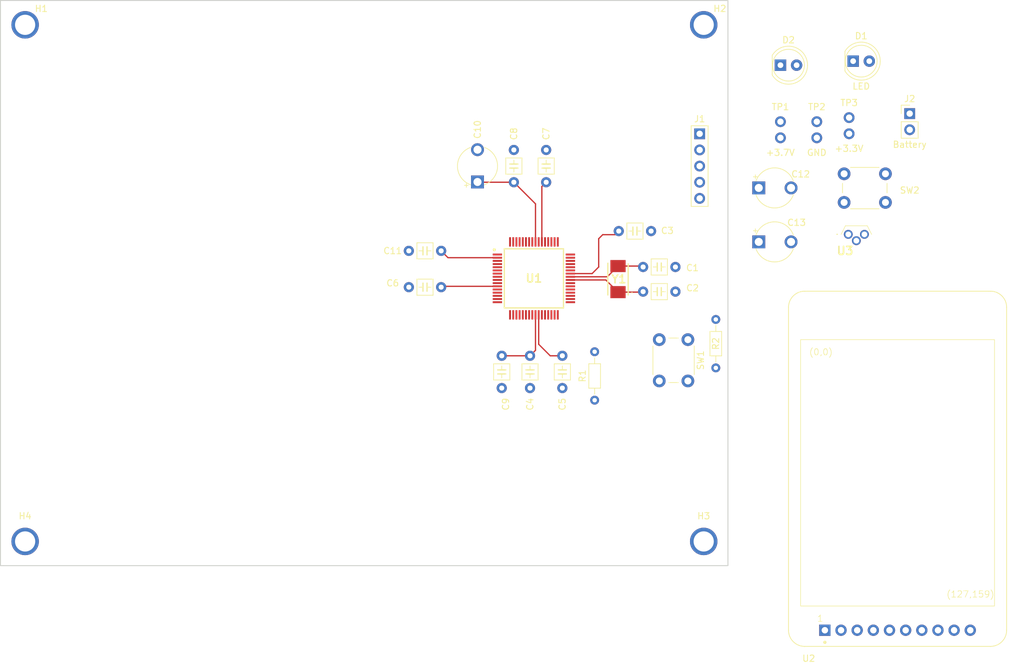
<source format=kicad_pcb>
(kicad_pcb (version 20221018) (generator pcbnew)
  (title_block (title "ECE 445L Lab 6") (date "2024-02-20") (rev "v1.0.0") (company "The University of Texas at Austin"))
  (layers (0 "F.Cu" signal) (31 "B.Cu" signal) (34 "B.Paste" user) (35 "F.Paste" user) (36 "B.SilkS" user "B.Silkscreen") (37 "F.SilkS" user "F.Silkscreen") (38 "B.Mask" user) (39 "F.Mask" user) (44 "Edge.Cuts" user))
  (net 0 "")
  (net 1 "/OSC1")
  (net 2 "GND")
  (net 3 "/OSC2")
  (net 4 "+3V3")
  (net 5 "/LDO")
  (net 6 "Net-(U1-~{WAKE})")
  (net 7 "/Reset")
  (net 10 "PD6")
  (net 21 "/+3_7V")
  (net 22 "/TCK")
  (net 27 "/TMS")
  (net 28 "/TDI")
  (net 29 "/TDO")
  (net 32 "PB6")
  (net 33 "PB7")
  (net 34 "PF4")
  (net 35 "PE3")
  (net 36 "PE2")
  (net 37 "PE1")
  (net 38 "PE0")
  (net 39 "PD7")
  (net 40 "PC7")
  (net 41 "PC6")
  (net 42 "PC5")
  (net 43 "PC4")
  (net 44 "PA0")
  (net 45 "PA1")
  (net 46 "PA2")
  (net 47 "PA3")
  (net 48 "PA4")
  (net 49 "PA5")
  (net 50 "PA6")
  (net 51 "PA7")
  (net 52 "PF0")
  (net 53 "PF1")
  (net 54 "PF2")
  (net 55 "PF3")
  (net 56 "PD4")
  (net 57 "PD5")
  (net 58 "PB0")
  (net 59 "PB1")
  (net 60 "PB2")
  (net 61 "PB3")
  (net 62 "PB5")
  (net 63 "PB4")
  (net 64 "PE4")
  (net 65 "PE5")
  (net 66 "PD0")
  (net 67 "PD1")
  (net 68 "PD2")
  (net 69 "PD3")
  (footprint "ECE445L:CP_Radial_Tantal200mil" (layer "F.Cu") (at 150.895 54.87)
    (fp_text reference "C12" (at 6.585 -2.165) (layer "F.SilkS"))
    (fp_text value "4.7uF")
    (fp_line (start -0.839749 -1.755) (end -0.239749 -1.755) (stroke (width 0.12)) (layer "F.SilkS"))
    (fp_line (start -0.539749 -2.055) (end -0.539749 -1.455) (stroke (width 0.12)) (layer "F.SilkS"))
    (fp_arc (start -0.434416 -1.0922) (mid 2.5 -3.1522) (end 5.434416 -1.0922) (stroke (width 0.12)) (layer "F.SilkS"))
    (fp_arc (start 5.434416 1.0922) (mid 2.5 3.1522) (end -0.434416 1.0922) (stroke (width 0.12)) (layer "F.SilkS"))
    (pad "1" thru_hole rect (at 0 0) (size 2.032 2.032) (drill 1.27) (layers "*.Cu" "*.Mask") (net 21 "/+3_7V"))
    (pad "2" thru_hole circle (at 5.08 0) (size 2.032 2.032) (drill 1.27) (layers "*.Cu" "*.Mask") (net 2 "GND"))
  )
  (footprint "ECE445L:C_Axial_200mil" (layer "F.Cu") (at 100.965 70.485 180)
    (fp_text reference "C6" (at 7.62 0.635) (layer "F.SilkS"))
    (fp_text value "0.1uF")
    (fp_line (start 1.27 -1.27) (end 1.27 1.27) (stroke (width 0.12)) (layer "F.SilkS"))
    (fp_line (start 1.27 1.27) (end 3.81 1.27) (stroke (width 0.12)) (layer "F.SilkS"))
    (fp_line (start 2.2225 0) (end 1.5875 0) (stroke (width 0.12)) (layer "F.SilkS"))
    (fp_line (start 2.2225 0.635) (end 2.2225 -0.635) (stroke (width 0.2032)) (layer "F.SilkS"))
    (fp_line (start 2.8575 0.635) (end 2.8575 -0.635) (stroke (width 0.2032)) (layer "F.SilkS"))
    (fp_line (start 3.4925 0) (end 2.8575 0) (stroke (width 0.12)) (layer "F.SilkS"))
    (fp_line (start 3.81 -1.27) (end 1.27 -1.27) (stroke (width 0.12)) (layer "F.SilkS"))
    (fp_line (start 3.81 1.27) (end 3.81 -1.27) (stroke (width 0.12)) (layer "F.SilkS"))
    (pad "1" thru_hole circle (at 0 0 180) (size 1.6 1.6) (drill 0.8) (layers "*.Cu" "*.Mask") (net 4 "+3V3"))
    (pad "2" thru_hole oval (at 5.08 0 180) (size 1.6 1.6) (drill 0.8) (layers "*.Cu" "*.Mask") (net 2 "GND"))
  )
  (footprint "ECE445L:PinHeader_1x02_P2.54mm_Vertical" (layer "F.Cu") (at 174.625 43.18)
    (fp_text reference "J2" (at 0 -2.33) (layer "F.SilkS"))
    (fp_text value "Battery" (at 0 4.87) (layer "F.SilkS"))
    (fp_line (start -1.33 -1.33) (end 0 -1.33) (stroke (width 0.12)) (layer "F.SilkS"))
    (fp_line (start -1.33 0) (end -1.33 -1.33) (stroke (width 0.12)) (layer "F.SilkS"))
    (fp_line (start -1.33 1.27) (end -1.33 3.87) (stroke (width 0.12)) (layer "F.SilkS"))
    (fp_line (start -1.33 1.27) (end 1.33 1.27) (stroke (width 0.12)) (layer "F.SilkS"))
    (fp_line (start -1.33 3.87) (end 1.33 3.87) (stroke (width 0.12)) (layer "F.SilkS"))
    (fp_line (start 1.33 1.27) (end 1.33 3.87) (stroke (width 0.12)) (layer "F.SilkS"))
    (pad "1" thru_hole rect (at 0 0) (size 1.7 1.7) (drill 1) (layers "*.Cu" "*.Mask") (net 2 "GND"))
    (pad "2" thru_hole oval (at 0 2.54) (size 1.7 1.7) (drill 1) (layers "*.Cu" "*.Mask") (net 21 "/+3_7V"))
  )
  (footprint "ECE445L:LED_D5.0mm" (layer "F.Cu") (at 165.735 34.925)
    (fp_text reference "D1" (at 1.27 -3.96) (layer "F.SilkS"))
    (fp_text value "LED" (at 1.27 3.96) (layer "F.SilkS"))
    (fp_line (start -1.29 -1.545) (end -1.29 1.545) (stroke (width 0.12)) (layer "F.SilkS"))
    (fp_arc (start -1.29 -1.54483) (mid 2.072002 -2.880433) (end 4.26 0.000462) (stroke (width 0.12)) (layer "F.SilkS"))
    (fp_arc (start 4.26 -0.000462) (mid 2.072002 2.880433) (end -1.29 1.54483) (stroke (width 0.12)) (layer "F.SilkS"))
    (fp_circle (center 1.27 0) (end 3.77 0) (stroke (width 0.12)) (fill none) (layer "F.SilkS"))
    (pad "1" thru_hole rect (at 0 0) (size 1.8 1.8) (drill 0.9) (layers "*.Cu" "*.Mask"))
    (pad "2" thru_hole circle (at 2.54 0) (size 1.8 1.8) (drill 0.9) (layers "*.Cu" "*.Mask"))
  )
  (footprint "ECE445L:CP_Radial_Tantal200mil" (layer "F.Cu") (at 150.895 63.36)
    (fp_text reference "C13" (at 5.95 -3.035) (layer "F.SilkS"))
    (fp_text value "4.7uF")
    (fp_line (start -0.839749 -1.755) (end -0.239749 -1.755) (stroke (width 0.12)) (layer "F.SilkS"))
    (fp_line (start -0.539749 -2.055) (end -0.539749 -1.455) (stroke (width 0.12)) (layer "F.SilkS"))
    (fp_arc (start -0.434416 -1.0922) (mid 2.5 -3.1522) (end 5.434416 -1.0922) (stroke (width 0.12)) (layer "F.SilkS"))
    (fp_arc (start 5.434416 1.0922) (mid 2.5 3.1522) (end -0.434416 1.0922) (stroke (width 0.12)) (layer "F.SilkS"))
    (pad "1" thru_hole rect (at 0 0) (size 2.032 2.032) (drill 1.27) (layers "*.Cu" "*.Mask") (net 4 "+3V3"))
    (pad "2" thru_hole circle (at 5.08 0) (size 2.032 2.032) (drill 1.27) (layers "*.Cu" "*.Mask") (net 2 "GND"))
  )
  (footprint "Button_Switch_THT:SW_PUSH_6mm" (layer "F.Cu") (at 164.315 52.65)
    (fp_text reference "SW2" (at 10.31 2.595) (layer "F.SilkS"))
    (fp_text value "Input")
    (fp_line (start -0.25 1.5) (end -0.25 3) (stroke (width 0.12)) (layer "F.SilkS"))
    (fp_line (start 1 5.5) (end 5.5 5.5) (stroke (width 0.12)) (layer "F.SilkS"))
    (fp_line (start 5.5 -1) (end 1 -1) (stroke (width 0.12)) (layer "F.SilkS"))
    (fp_line (start 6.75 3) (end 6.75 1.5) (stroke (width 0.12)) (layer "F.SilkS"))
    (pad "1" thru_hole circle (at 0 0 90) (size 2 2) (drill 1.1) (layers "*.Cu" "*.Mask"))
    (pad "1" thru_hole circle (at 6.5 0 90) (size 2 2) (drill 1.1) (layers "*.Cu" "*.Mask"))
    (pad "2" thru_hole circle (at 0 4.5 90) (size 2 2) (drill 1.1) (layers "*.Cu" "*.Mask"))
    (pad "2" thru_hole circle (at 6.5 4.5 90) (size 2 2) (drill 1.1) (layers "*.Cu" "*.Mask"))
  )
  (footprint "ECE445L:C_Axial_200mil" (layer "F.Cu") (at 132.715 67.31)
    (fp_text reference "C1" (at 7.758 0.138) (layer "F.SilkS"))
    (fp_text value "10pF C0G")
    (fp_line (start 1.27 -1.27) (end 1.27 1.27) (stroke (width 0.12)) (layer "F.SilkS"))
    (fp_line (start 1.27 1.27) (end 3.81 1.27) (stroke (width 0.12)) (layer "F.SilkS"))
    (fp_line (start 2.2225 0) (end 1.5875 0) (stroke (width 0.12)) (layer "F.SilkS"))
    (fp_line (start 2.2225 0.635) (end 2.2225 -0.635) (stroke (width 0.2032)) (layer "F.SilkS"))
    (fp_line (start 2.8575 0.635) (end 2.8575 -0.635) (stroke (width 0.2032)) (layer "F.SilkS"))
    (fp_line (start 3.4925 0) (end 2.8575 0) (stroke (width 0.12)) (layer "F.SilkS"))
    (fp_line (start 3.81 -1.27) (end 1.27 -1.27) (stroke (width 0.12)) (layer "F.SilkS"))
    (fp_line (start 3.81 1.27) (end 3.81 -1.27) (stroke (width 0.12)) (layer "F.SilkS"))
    (pad "1" thru_hole circle (at 0 0) (size 1.6 1.6) (drill 0.8) (layers "*.Cu" "*.Mask") (net 1 "/OSC1"))
    (pad "2" thru_hole oval (at 5.08 0) (size 1.6 1.6) (drill 0.8) (layers "*.Cu" "*.Mask") (net 2 "GND"))
  )
  (footprint "ECE445L:C_Axial_200mil" (layer "F.Cu") (at 120.015 81.28 -90)
    (fp_text reference "C5" (at 7.62 0 90) (layer "F.SilkS"))
    (fp_text value "0.01uF")
    (fp_line (start 1.27 -1.27) (end 1.27 1.27) (stroke (width 0.12)) (layer "F.SilkS"))
    (fp_line (start 1.27 1.27) (end 3.81 1.27) (stroke (width 0.12)) (layer "F.SilkS"))
    (fp_line (start 2.2225 0) (end 1.5875 0) (stroke (width 0.12)) (layer "F.SilkS"))
    (fp_line (start 2.2225 0.635) (end 2.2225 -0.635) (stroke (width 0.2032)) (layer "F.SilkS"))
    (fp_line (start 2.8575 0.635) (end 2.8575 -0.635) (stroke (width 0.2032)) (layer "F.SilkS"))
    (fp_line (start 3.4925 0) (end 2.8575 0) (stroke (width 0.12)) (layer "F.SilkS"))
    (fp_line (start 3.81 -1.27) (end 1.27 -1.27) (stroke (width 0.12)) (layer "F.SilkS"))
    (fp_line (start 3.81 1.27) (end 3.81 -1.27) (stroke (width 0.12)) (layer "F.SilkS"))
    (pad "1" thru_hole circle (at 0 0 270) (size 1.6 1.6) (drill 0.8) (layers "*.Cu" "*.Mask") (net 4 "+3V3"))
    (pad "2" thru_hole oval (at 5.08 0 270) (size 1.6 1.6) (drill 0.8) (layers "*.Cu" "*.Mask") (net 2 "GND"))
  )
  (footprint "ECE445L:C_Axial_200mil" (layer "F.Cu") (at 110.49 81.28 -90)
    (fp_text reference "C9" (at 7.62 -0.635 90) (layer "F.SilkS"))
    (fp_text value "1uF")
    (fp_line (start 1.27 -1.27) (end 1.27 1.27) (stroke (width 0.12)) (layer "F.SilkS"))
    (fp_line (start 1.27 1.27) (end 3.81 1.27) (stroke (width 0.12)) (layer "F.SilkS"))
    (fp_line (start 2.2225 0) (end 1.5875 0) (stroke (width 0.12)) (layer "F.SilkS"))
    (fp_line (start 2.2225 0.635) (end 2.2225 -0.635) (stroke (width 0.2032)) (layer "F.SilkS"))
    (fp_line (start 2.8575 0.635) (end 2.8575 -0.635) (stroke (width 0.2032)) (layer "F.SilkS"))
    (fp_line (start 3.4925 0) (end 2.8575 0) (stroke (width 0.12)) (layer "F.SilkS"))
    (fp_line (start 3.81 -1.27) (end 1.27 -1.27) (stroke (width 0.12)) (layer "F.SilkS"))
    (fp_line (start 3.81 1.27) (end 3.81 -1.27) (stroke (width 0.12)) (layer "F.SilkS"))
    (pad "1" thru_hole circle (at 0 0 270) (size 1.6 1.6) (drill 0.8) (layers "*.Cu" "*.Mask") (net 5 "/LDO"))
    (pad "2" thru_hole oval (at 5.08 0 270) (size 1.6 1.6) (drill 0.8) (layers "*.Cu" "*.Mask") (net 2 "GND"))
  )
  (footprint "ECE445L:C_Axial_200mil" (layer "F.Cu") (at 117.475 53.975 90)
    (fp_text reference "C7" (at 7.62 0 90) (layer "F.SilkS"))
    (fp_text value "0.1uF")
    (fp_line (start 1.27 -1.27) (end 1.27 1.27) (stroke (width 0.12)) (layer "F.SilkS"))
    (fp_line (start 1.27 1.27) (end 3.81 1.27) (stroke (width 0.12)) (layer "F.SilkS"))
    (fp_line (start 2.2225 0) (end 1.5875 0) (stroke (width 0.12)) (layer "F.SilkS"))
    (fp_line (start 2.2225 0.635) (end 2.2225 -0.635) (stroke (width 0.2032)) (layer "F.SilkS"))
    (fp_line (start 2.8575 0.635) (end 2.8575 -0.635) (stroke (width 0.2032)) (layer "F.SilkS"))
    (fp_line (start 3.4925 0) (end 2.8575 0) (stroke (width 0.12)) (layer "F.SilkS"))
    (fp_line (start 3.81 -1.27) (end 1.27 -1.27) (stroke (width 0.12)) (layer "F.SilkS"))
    (fp_line (start 3.81 1.27) (end 3.81 -1.27) (stroke (width 0.12)) (layer "F.SilkS"))
    (pad "1" thru_hole circle (at 0 0 90) (size 1.6 1.6) (drill 0.8) (layers "*.Cu" "*.Mask") (net 4 "+3V3"))
    (pad "2" thru_hole oval (at 5.08 0 90) (size 1.6 1.6) (drill 0.8) (layers "*.Cu" "*.Mask") (net 2 "GND"))
  )
  (footprint "ECE445L:TL431CLPM" (layer "F.Cu") (at 164.97 62.175)
    (fp_text reference "U3" (at -0.505 2.595) (layer "F.SilkS") (effects (font (size 1.27 1.27) (thickness 0.254))))
    (fp_text value "LP2950-33LPRE3" hide)
    (fp_line (start -1.809 -0.005) (end -1.809 -0.005) (stroke (width 0.1)) (layer "F.SilkS"))
    (fp_line (start -1.707 -0.005) (end -1.707 -0.005) (stroke (width 0.1)) (layer "F.SilkS"))
    (fp_line (start -0.445 -1.35) (end -1.13 0) (stroke (width 0.1)) (layer "F.SilkS"))
    (fp_line (start 2.985 -1.35) (end -0.445 -1.35) (stroke (width 0.1)) (layer "F.SilkS"))
    (fp_line (start 3.67 0) (end 2.985 -1.35) (stroke (width 0.1)) (layer "F.SilkS"))
    (fp_arc (start -1.809 -0.005) (mid -1.758 -0.056) (end -1.707 -0.005) (stroke (width 0.1)) (layer "F.SilkS"))
    (fp_arc (start -1.707 -0.005) (mid -1.758 0.046) (end -1.809 -0.005) (stroke (width 0.1)) (layer "F.SilkS"))
    (pad "1" thru_hole circle (at 0 0) (size 1.4 1.4) (drill 0.9) (layers "*.Cu" "*.Mask") (net 4 "+3V3"))
    (pad "2" thru_hole circle (at 1.27 1) (size 1.4 1.4) (drill 0.9) (layers "*.Cu" "*.Mask") (net 2 "GND"))
    (pad "3" thru_hole circle (at 2.54 0) (size 1.4 1.4) (drill 0.9) (layers "*.Cu" "*.Mask") (net 21 "/+3_7V"))
  )
  (footprint "ECE445L:MountingHole_4_40" (layer "F.Cu") (at 35.56 29.21)
    (fp_text reference "H1" (at 2.54 -2.54) (layer "F.SilkS"))
    (fp_text value "~")
    (pad "1" thru_hole circle (at 0 0) (size 4.318 4.318) (drill 3.175) (layers "*.Cu" "*.Mask"))
  )
  (footprint "Button_Switch_THT:SW_PUSH_6mm" (layer "F.Cu") (at 139.755 78.74 -90)
    (fp_text reference "SW1" (at 3.25 -2 90) (layer "F.SilkS"))
    (fp_text value "Reset")
    (fp_line (start -0.25 1.5) (end -0.25 3) (stroke (width 0.12)) (layer "F.SilkS"))
    (fp_line (start 1 5.5) (end 5.5 5.5) (stroke (width 0.12)) (layer "F.SilkS"))
    (fp_line (start 5.5 -1) (end 1 -1) (stroke (width 0.12)) (layer "F.SilkS"))
    (fp_line (start 6.75 3) (end 6.75 1.5) (stroke (width 0.12)) (layer "F.SilkS"))
    (pad "1" thru_hole circle (at 0 0) (size 2 2) (drill 1.1) (layers "*.Cu" "*.Mask") (net 2 "GND"))
    (pad "1" thru_hole circle (at 6.5 0) (size 2 2) (drill 1.1) (layers "*.Cu" "*.Mask") (net 2 "GND"))
    (pad "2" thru_hole circle (at 0 4.5) (size 2 2) (drill 1.1) (layers "*.Cu" "*.Mask") (net 7 "/Reset"))
    (pad "2" thru_hole circle (at 6.5 4.5) (size 2 2) (drill 1.1) (layers "*.Cu" "*.Mask") (net 7 "/Reset"))
  )
  (footprint "ECE445L:LED_D5.0mm" (layer "F.Cu") (at 154.305 35.56)
    (fp_text reference "D2" (at 1.27 -3.96) (layer "F.SilkS"))
    (fp_text value "LED" hide)
    (fp_line (start -1.29 -1.545) (end -1.29 1.545) (stroke (width 0.12)) (layer "F.SilkS"))
    (fp_arc (start -1.29 -1.54483) (mid 2.072002 -2.880433) (end 4.26 0.000462) (stroke (width 0.12)) (layer "F.SilkS"))
    (fp_arc (start 4.26 -0.000462) (mid 2.072002 2.880433) (end -1.29 1.54483) (stroke (width 0.12)) (layer "F.SilkS"))
    (fp_circle (center 1.27 0) (end 3.77 0) (stroke (width 0.12)) (fill none) (layer "F.SilkS"))
    (pad "1" thru_hole rect (at 0 0) (size 1.8 1.8) (drill 0.9) (layers "*.Cu" "*.Mask"))
    (pad "2" thru_hole circle (at 2.54 0) (size 1.8 1.8) (drill 0.9) (layers "*.Cu" "*.Mask"))
  )
  (footprint "ECE445L:Testpoint_1x02_P2.54mm" (layer "F.Cu") (at 154.305 44.45)
    (fp_text reference "TP1" (at 0 -2.33) (layer "F.SilkS"))
    (fp_text value "+3.7V" (at 0 4.87) (layer "F.SilkS"))
    (pad "1" thru_hole circle (at 0 0) (size 1.7 1.7) (drill 1) (layers "*.Cu" "*.Mask") (net 21 "/+3_7V"))
    (pad "2" thru_hole oval (at 0 2.54) (size 1.7 1.7) (drill 1) (layers "*.Cu" "*.Mask") (net 21 "/+3_7V"))
  )
  (footprint "ECE445L:C_Axial_200mil" (layer "F.Cu") (at 132.715 71.185)
    (fp_text reference "C2" (at 7.77425 -0.562) (layer "F.SilkS"))
    (fp_text value "10pF C0G")
    (fp_line (start 1.27 -1.27) (end 1.27 1.27) (stroke (width 0.12)) (layer "F.SilkS"))
    (fp_line (start 1.27 1.27) (end 3.81 1.27) (stroke (width 0.12)) (layer "F.SilkS"))
    (fp_line (start 2.2225 0) (end 1.5875 0) (stroke (width 0.12)) (layer "F.SilkS"))
    (fp_line (start 2.2225 0.635) (end 2.2225 -0.635) (stroke (width 0.2032)) (layer "F.SilkS"))
    (fp_line (start 2.8575 0.635) (end 2.8575 -0.635) (stroke (width 0.2032)) (layer "F.SilkS"))
    (fp_line (start 3.4925 0) (end 2.8575 0) (stroke (width 0.12)) (layer "F.SilkS"))
    (fp_line (start 3.81 -1.27) (end 1.27 -1.27) (stroke (width 0.12)) (layer "F.SilkS"))
    (fp_line (start 3.81 1.27) (end 3.81 -1.27) (stroke (width 0.12)) (layer "F.SilkS"))
    (pad "1" thru_hole circle (at 0 0) (size 1.6 1.6) (drill 0.8) (layers "*.Cu" "*.Mask") (net 3 "/OSC2"))
    (pad "2" thru_hole oval (at 5.08 0) (size 1.6 1.6) (drill 0.8) (layers "*.Cu" "*.Mask") (net 2 "GND"))
  )
  (footprint "ECE445L:PinHeader_1x05_P2.54mm_Vertical" (layer "F.Cu") (at 141.605 46.355)
    (fp_text reference "J1" (at 0 -2.33) (layer "F.SilkS"))
    (fp_text value "JTAG")
    (fp_line (start -1.33 -1.27) (end -1.33 11.43) (stroke (width 0.12)) (layer "F.SilkS"))
    (fp_line (start -1.33 -1.27) (end 1.33 -1.27) (stroke (width 0.12)) (layer "F.SilkS"))
    (fp_line (start -1.33 11.43) (end 1.33 11.43) (stroke (width 0.12)) (layer "F.SilkS"))
    (fp_line (start 1.33 -1.27) (end 1.33 11.43) (stroke (width 0.12)) (layer "F.SilkS"))
    (pad "1" thru_hole rect (at 0 0) (size 1.7 1.7) (drill 1) (layers "*.Cu" "*.Mask") (net 2 "GND"))
    (pad "2" thru_hole oval (at 0 2.54) (size 1.7 1.7) (drill 1) (layers "*.Cu" "*.Mask") (net 22 "/TCK"))
    (pad "3" thru_hole oval (at 0 5.08) (size 1.7 1.7) (drill 1) (layers "*.Cu" "*.Mask") (net 27 "/TMS"))
    (pad "4" thru_hole oval (at 0 7.62) (size 1.7 1.7) (drill 1) (layers "*.Cu" "*.Mask") (net 28 "/TDI"))
    (pad "5" thru_hole oval (at 0 10.16) (size 1.7 1.7) (drill 1) (layers "*.Cu" "*.Mask") (net 29 "/TDO"))
  )
  (footprint "ECE445L:QFP50P1200X1200X160-64N" (layer "F.Cu") (at 115.547 69.1)
    (fp_text reference "U1" (at 0 0) (layer "F.SilkS") (effects (font (size 1.27 1.27) (thickness 0.254))))
    (fp_text value "TM4C123GH6PMIR" hide)
    (fp_line (start -4.65 -4.65) (end 4.65 -4.65) (stroke (width 0.2)) (layer "F.SilkS"))
    (fp_line (start -4.65 4.65) (end -4.65 -4.65) (stroke (width 0.2)) (layer "F.SilkS"))
    (fp_line (start 4.65 -4.65) (end 4.65 4.65) (stroke (width 0.2)) (layer "F.SilkS"))
    (fp_line (start 4.65 4.65) (end -4.65 4.65) (stroke (width 0.2)) (layer "F.SilkS"))
    (fp_circle (center -6.225 -4.5) (end -6.225 -4.375) (stroke (width 0.25)) (fill none) (layer "F.SilkS"))
    (pad "1" smd rect (at -5.738 -3.75 90) (size 0.3 1.475) (layers "F.Cu" "F.Paste" "F.Mask") (net 32 "PB6"))
    (pad "2" smd rect (at -5.738 -3.25 90) (size 0.3 1.475) (layers "F.Cu" "F.Paste" "F.Mask") (net 4 "+3V3"))
    (pad "3" smd rect (at -5.738 -2.75 90) (size 0.3 1.475) (layers "F.Cu" "F.Paste" "F.Mask") (net 2 "GND"))
    (pad "4" smd rect (at -5.738 -2.25 90) (size 0.3 1.475) (layers "F.Cu" "F.Paste" "F.Mask") (net 33 "PB7"))
    (pad "5" smd rect (at -5.738 -1.75 90) (size 0.3 1.475) (layers "F.Cu" "F.Paste" "F.Mask") (net 34 "PF4"))
    (pad "6" smd rect (at -5.738 -1.25 90) (size 0.3 1.475) (layers "F.Cu" "F.Paste" "F.Mask") (net 35 "PE3"))
    (pad "7" smd rect (at -5.738 -0.75 90) (size 0.3 1.475) (layers "F.Cu" "F.Paste" "F.Mask") (net 36 "PE2"))
    (pad "8" smd rect (at -5.738 -0.25 90) (size 0.3 1.475) (layers "F.Cu" "F.Paste" "F.Mask") (net 37 "PE1"))
    (pad "9" smd rect (at -5.738 0.25 90) (size 0.3 1.475) (layers "F.Cu" "F.Paste" "F.Mask") (net 38 "PE0"))
    (pad "10" smd rect (at -5.738 0.75 90) (size 0.3 1.475) (layers "F.Cu" "F.Paste" "F.Mask") (net 39 "PD7"))
    (pad "11" smd rect (at -5.738 1.25 90) (size 0.3 1.475) (layers "F.Cu" "F.Paste" "F.Mask") (net 4 "+3V3"))
    (pad "12" smd rect (at -5.738 1.75 90) (size 0.3 1.475) (layers "F.Cu" "F.Paste" "F.Mask") (net 2 "GND"))
    (pad "13" smd rect (at -5.738 2.25 90) (size 0.3 1.475) (layers "F.Cu" "F.Paste" "F.Mask") (net 40 "PC7"))
    (pad "14" smd rect (at -5.738 2.75 90) (size 0.3 1.475) (layers "F.Cu" "F.Paste" "F.Mask") (net 41 "PC6"))
    (pad "15" smd rect (at -5.738 3.25 90) (size 0.3 1.475) (layers "F.Cu" "F.Paste" "F.Mask") (net 42 "PC5"))
    (pad "16" smd rect (at -5.738 3.75 90) (size 0.3 1.475) (layers "F.Cu" "F.Paste" "F.Mask") (net 43 "PC4"))
    (pad "17" smd rect (at -3.75 5.738) (size 0.3 1.475) (layers "F.Cu" "F.Paste" "F.Mask") (net 44 "PA0"))
    (pad "18" smd rect (at -3.25 5.738) (size 0.3 1.475) (layers "F.Cu" "F.Paste" "F.Mask") (net 45 "PA1"))
    (pad "19" smd rect (at -2.75 5.738) (size 0.3 1.475) (layers "F.Cu" "F.Paste" "F.Mask") (net 46 "PA2"))
    (pad "20" smd rect (at -2.25 5.738) (size 0.3 1.475) (layers "F.Cu" "F.Paste" "F.Mask") (net 47 "PA3"))
    (pad "21" smd rect (at -1.75 5.738) (size 0.3 1.475) (layers "F.Cu" "F.Paste" "F.Mask") (net 48 "PA4"))
    (pad "22" smd rect (at -1.25 5.738) (size 0.3 1.475) (layers "F.Cu" "F.Paste" "F.Mask") (net 49 "PA5"))
    (pad "23" smd rect (at -0.75 5.738) (size 0.3 1.475) (layers "F.Cu" "F.Paste" "F.Mask") (net 50 "PA6"))
    (pad "24" smd rect (at -0.25 5.738) (size 0.3 1.475) (layers "F.Cu" "F.Paste" "F.Mask") (net 51 "PA7"))
    (pad "25" smd rect (at 0.25 5.738) (size 0.3 1.475) (layers "F.Cu" "F.Paste" "F.Mask") (net 5 "/LDO"))
    (pad "26" smd rect (at 0.75 5.738) (size 0.3 1.475) (layers "F.Cu" "F.Paste" "F.Mask") (net 4 "+3V3"))
    (pad "27" smd rect (at 1.25 5.738) (size 0.3 1.475) (layers "F.Cu" "F.Paste" "F.Mask") (net 2 "GND"))
    (pad "28" smd rect (at 1.75 5.738) (size 0.3 1.475) (layers "F.Cu" "F.Paste" "F.Mask") (net 52 "PF0"))
    (pad "29" smd rect (at 2.25 5.738) (size 0.3 1.475) (layers "F.Cu" "F.Paste" "F.Mask") (net 53 "PF1"))
    (pad "30" smd rect (at 2.75 5.738) (size 0.3 1.475) (layers "F.Cu" "F.Paste" "F.Mask") (net 54 "PF2"))
    (pad "31" smd rect (at 3.25 5.738) (size 0.3 1.475) (layers "F.Cu" "F.Paste" "F.Mask") (net 55 "PF3"))
    (pad "32" smd rect (at 3.75 5.738) (size 0.3 1.475) (layers "F.Cu" "F.Paste" "F.Mask") (net 6 "Net-(U1-~{WAKE})"))
    (pad "33" smd rect (at 5.738 3.75 90) (size 0.3 1.475) (layers "F.Cu" "F.Paste" "F.Mask"))
    (pad "34" smd rect (at 5.738 3.25 90) (size 0.3 1.475) (layers "F.Cu" "F.Paste" "F.Mask") (net 2 "GND"))
    (pad "35" smd rect (at 5.738 2.75 90) (size 0.3 1.475) (layers "F.Cu" "F.Paste" "F.Mask") (net 2 "GND"))
    (pad "36" smd rect (at 5.738 2.25 90) (size 0.3 1.475) (layers "F.Cu" "F.Paste" "F.Mask"))
    (pad "37" smd rect (at 5.738 1.75 90) (size 0.3 1.475) (layers "F.Cu" "F.Paste" "F.Mask") (net 4 "+3V3"))
    (pad "38" smd rect (at 5.738 1.25 90) (size 0.3 1.475) (layers "F.Cu" "F.Paste" "F.Mask") (net 7 "/Reset"))
    (pad "39" smd rect (at 5.738 0.75 90) (size 0.3 1.475) (layers "F.Cu" "F.Paste" "F.Mask") (net 2 "GND"))
    (pad "40" smd rect (at 5.738 0.25 90) (size 0.3 1.475) (layers "F.Cu" "F.Paste" "F.Mask") (net 3 "/OSC2"))
    (pad "41" smd rect (at 5.738 -0.25 90) (size 0.3 1.475) (layers "F.Cu" "F.Paste" "F.Mask") (net 1 "/OSC1"))
    (pad "42" smd rect (at 5.738 -0.75 90) (size 0.3 1.475) (layers "F.Cu" "F.Paste" "F.Mask") (net 4 "+3V3"))
    (pad "43" smd rect (at 5.738 -1.25 90) (size 0.3 1.475) (layers "F.Cu" "F.Paste" "F.Mask") (net 56 "PD4"))
    (pad "44" smd rect (at 5.738 -1.75 90) (size 0.3 1.475) (layers "F.Cu" "F.Paste" "F.Mask") (net 57 "PD5"))
    (pad "45" smd rect (at 5.738 -2.25 90) (size 0.3 1.475) (layers "F.Cu" "F.Paste" "F.Mask") (net 58 "PB0"))
    (pad "46" smd rect (at 5.738 -2.75 90) (size 0.3 1.475) (layers "F.Cu" "F.Paste" "F.Mask") (net 59 "PB1"))
    (pad "47" smd rect (at 5.738 -3.25 90) (size 0.3 1.475) (layers "F.Cu" "F.Paste" "F.Mask") (net 60 "PB2"))
    (pad "48" smd rect (at 5.738 -3.75 90) (size 0.3 1.475) (layers "F.Cu" "F.Paste" "F.Mask") (net 61 "PB3"))
    (pad "49" smd rect (at 3.75 -5.738) (size 0.3 1.475) (layers "F.Cu" "F.Paste" "F.Mask") (net 29 "/TDO"))
    (pad "50" smd rect (at 3.25 -5.738) (size 0.3 1.475) (layers "F.Cu" "F.Paste" "F.Mask") (net 28 "/TDI"))
    (pad "51" smd rect (at 2.75 -5.738) (size 0.3 1.475) (layers "F.Cu" "F.Paste" "F.Mask") (net 27 "/TMS"))
    (pad "52" smd rect (at 2.25 -5.738) (size 0.3 1.475) (layers "F.Cu" "F.Paste" "F.Mask") (net 22 "/TCK"))
    (pad "53" smd rect (at 1.75 -5.738) (size 0.3 1.475) (layers "F.Cu" "F.Paste" "F.Mask") (net 10 "PD6"))
    (pad "54" smd rect (at 1.25 -5.738) (size 0.3 1.475) (layers "F.Cu" "F.Paste" "F.Mask") (net 4 "+3V3"))
    (pad "55" smd rect (at 0.75 -5.738) (size 0.3 1.475) (layers "F.Cu" "F.Paste" "F.Mask") (net 2 "GND"))
    (pad "56" smd rect (at 0.25 -5.738) (size 0.3 1.475) (layers "F.Cu" "F.Paste" "F.Mask") (net 5 "/LDO"))
    (pad "57" smd rect (at -0.25 -5.738) (size 0.3 1.475) (layers "F.Cu" "F.Paste" "F.Mask") (net 62 "PB5"))
    (pad "58" smd rect (at -0.75 -5.738) (size 0.3 1.475) (layers "F.Cu" "F.Paste" "F.Mask") (net 63 "PB4"))
    (pad "59" smd rect (at -1.25 -5.738) (size 0.3 1.475) (layers "F.Cu" "F.Paste" "F.Mask") (net 64 "PE4"))
    (pad "60" smd rect (at -1.75 -5.738) (size 0.3 1.475) (layers "F.Cu" "F.Paste" "F.Mask") (net 65 "PE5"))
    (pad "61" smd rect (at -2.25 -5.738) (size 0.3 1.475) (layers "F.Cu" "F.Paste" "F.Mask") (net 66 "PD0"))
    (pad "62" smd rect (at -2.75 -5.738) (size 0.3 1.475) (layers "F.Cu" "F.Paste" "F.Mask") (net 67 "PD1"))
    (pad "63" smd rect (at -3.25 -5.738) (size 0.3 1.475) (layers "F.Cu" "F.Paste" "F.Mask") (net 68 "PD2"))
    (pad "64" smd rect (at -3.75 -5.738) (size 0.3 1.475) (layers "F.Cu" "F.Paste" "F.Mask") (net 69 "PD3"))
  )
  (footprint "ECE445L:MountingHole_4_40" (layer "F.Cu") (at 35.56 110.49)
    (fp_text reference "H4" (at 0 -4) (layer "F.SilkS"))
    (fp_text value "~")
    (pad "1" thru_hole circle (at 0 0) (size 4.318 4.318) (drill 3.175) (layers "*.Cu" "*.Mask"))
  )
  (footprint "ECE445L:R_Axial_DIN0204_L3.6mm_D1.6mm_P7.62mm_Horizontal" (layer "F.Cu") (at 144.145 75.565 -90)
    (fp_text reference "R2" (at 3.81 0 90) (layer "F.SilkS"))
    (fp_text value "10k")
    (fp_line (start 0.94 0) (end 1.89 0) (stroke (width 0.12)) (layer "F.SilkS"))
    (fp_line (start 1.89 -0.92) (end 1.89 0.92) (stroke (width 0.12)) (layer "F.SilkS"))
    (fp_line (start 1.89 0.92) (end 5.73 0.92) (stroke (width 0.12)) (layer "F.SilkS"))
    (fp_line (start 5.73 -0.92) (end 1.89 -0.92) (stroke (width 0.12)) (layer "F.SilkS"))
    (fp_line (start 5.73 0.92) (end 5.73 -0.92) (stroke (width 0.12)) (layer "F.SilkS"))
    (fp_line (start 6.68 0) (end 5.73 0) (stroke (width 0.12)) (layer "F.SilkS"))
    (pad "1" thru_hole circle (at 0 0 270) (size 1.4 1.4) (drill 0.7) (layers "*.Cu" "*.Mask") (net 4 "+3V3"))
    (pad "2" thru_hole oval (at 7.62 0 270) (size 1.4 1.4) (drill 0.7) (layers "*.Cu" "*.Mask") (net 7 "/Reset"))
  )
  (footprint "ECE445L:C_Axial_200mil" (layer "F.Cu") (at 114.935 81.28 -90)
    (fp_text reference "C4" (at 7.62 0 90) (layer "F.SilkS"))
    (fp_text value "0.1uF")
    (fp_line (start 1.27 -1.27) (end 1.27 1.27) (stroke (width 0.12)) (layer "F.SilkS"))
    (fp_line (start 1.27 1.27) (end 3.81 1.27) (stroke (width 0.12)) (layer "F.SilkS"))
    (fp_line (start 2.2225 0) (end 1.5875 0) (stroke (width 0.12)) (layer "F.SilkS"))
    (fp_line (start 2.2225 0.635) (end 2.2225 -0.635) (stroke (width 0.2032)) (layer "F.SilkS"))
    (fp_line (start 2.8575 0.635) (end 2.8575 -0.635) (stroke (width 0.2032)) (layer "F.SilkS"))
    (fp_line (start 3.4925 0) (end 2.8575 0) (stroke (width 0.12)) (layer "F.SilkS"))
    (fp_line (start 3.81 -1.27) (end 1.27 -1.27) (stroke (width 0.12)) (layer "F.SilkS"))
    (fp_line (start 3.81 1.27) (end 3.81 -1.27) (stroke (width 0.12)) (layer "F.SilkS"))
    (pad "1" thru_hole circle (at 0 0 270) (size 1.6 1.6) (drill 0.8) (layers "*.Cu" "*.Mask") (net 5 "/LDO"))
    (pad "2" thru_hole oval (at 5.08 0 270) (size 1.6 1.6) (drill 0.8) (layers "*.Cu" "*.Mask") (net 2 "GND"))
  )
  (footprint "ECE445L:C_Axial_200mil" (layer "F.Cu") (at 128.88875 61.66)
    (fp_text reference "C3" (at 7.63625 -0.065) (layer "F.SilkS"))
    (fp_text value "1uF")
    (fp_line (start 1.27 -1.27) (end 1.27 1.27) (stroke (width 0.12)) (layer "F.SilkS"))
    (fp_line (start 1.27 1.27) (end 3.81 1.27) (stroke (width 0.12)) (layer "F.SilkS"))
    (fp_line (start 2.2225 0) (end 1.5875 0) (stroke (width 0.12)) (layer "F.SilkS"))
    (fp_line (start 2.2225 0.635) (end 2.2225 -0.635) (stroke (width 0.2032)) (layer "F.SilkS"))
    (fp_line (start 2.8575 0.635) (end 2.8575 -0.635) (stroke (width 0.2032)) (layer "F.SilkS"))
    (fp_line (start 3.4925 0) (end 2.8575 0) (stroke (width 0.12)) (layer "F.SilkS"))
    (fp_line (start 3.81 -1.27) (end 1.27 -1.27) (stroke (width 0.12)) (layer "F.SilkS"))
    (fp_line (start 3.81 1.27) (end 3.81 -1.27) (stroke (width 0.12)) (layer "F.SilkS"))
    (pad "1" thru_hole circle (at 0 0) (size 1.6 1.6) (drill 0.8) (layers "*.Cu" "*.Mask") (net 4 "+3V3"))
    (pad "2" thru_hole oval (at 5.08 0) (size 1.6 1.6) (drill 0.8) (layers "*.Cu" "*.Mask") (net 2 "GND"))
  )
  (footprint "ECE445L:Testpoint_1x02_P2.54mm" (layer "F.Cu") (at 165.1 43.81)
    (fp_text reference "TP3" (at 0 -2.33) (layer "F.SilkS"))
    (fp_text value "+3.3V" (at 0 4.87) (layer "F.SilkS"))
    (pad "1" thru_hole circle (at 0 0) (size 1.7 1.7) (drill 1) (layers "*.Cu" "*.Mask") (net 4 "+3V3"))
    (pad "2" thru_hole oval (at 0 2.54) (size 1.7 1.7) (drill 1) (layers "*.Cu" "*.Mask") (net 4 "+3V3"))
  )
  (footprint "ECE445L:C_Axial_200mil" (layer "F.Cu") (at 100.965 64.77 180)
    (fp_text reference "C11" (at 7.62 0) (layer "F.SilkS"))
    (fp_text value "0.01uF")
    (fp_line (start 1.27 -1.27) (end 1.27 1.27) (stroke (width 0.12)) (layer "F.SilkS"))
    (fp_line (start 1.27 1.27) (end 3.81 1.27) (stroke (width 0.12)) (layer "F.SilkS"))
    (fp_line (start 2.2225 0) (end 1.5875 0) (stroke (width 0.12)) (layer "F.SilkS"))
    (fp_line (start 2.2225 0.635) (end 2.2225 -0.635) (stroke (width 0.2032)) (layer "F.SilkS"))
    (fp_line (start 2.8575 0.635) (end 2.8575 -0.635) (stroke (width 0.2032)) (layer "F.SilkS"))
    (fp_line (start 3.4925 0) (end 2.8575 0) (stroke (width 0.12)) (layer "F.SilkS"))
    (fp_line (start 3.81 -1.27) (end 1.27 -1.27) (stroke (width 0.12)) (layer "F.SilkS"))
    (fp_line (start 3.81 1.27) (end 3.81 -1.27) (stroke (width 0.12)) (layer "F.SilkS"))
    (pad "1" thru_hole circle (at 0 0 180) (size 1.6 1.6) (drill 0.8) (layers "*.Cu" "*.Mask") (net 4 "+3V3"))
    (pad "2" thru_hole oval (at 5.08 0 180) (size 1.6 1.6) (drill 0.8) (layers "*.Cu" "*.Mask") (net 2 "GND"))
  )
  (footprint "ECE445L:adafruit_st7735r2" (layer "F.Cu") (at 172.72 99.06)
    (fp_text reference "U2" (at -13.97 29.845) (layer "F.SilkS"))
    (fp_text value "Adafruit ST7735R")
    (fp_text user "(127,159)" (at 7.62 20.32 unlocked) (layer "F.SilkS") (effects (font (thickness 0.1)) (justify left bottom)))
    (fp_text user "(0,0)" (at -13.97 -17.78 unlocked) (layer "F.SilkS") (effects (font (thickness 0.1)) (justify left bottom)))
    (fp_text user "1" (at -12.7 24.13 unlocked) (layer "F.SilkS") (effects (font (thickness 0.1)) (justify left bottom)))
    (fp_line (start -17.145 -25.4) (end -17.145 25.4) (stroke (width 0.127)) (layer "F.SilkS"))
    (fp_line (start -14.605 27.94) (end 14.605 27.94) (stroke (width 0.127)) (layer "F.SilkS"))
    (fp_line (start 14.605 -27.94) (end -14.605 -27.94) (stroke (width 0.127)) (layer "F.SilkS"))
    (fp_line (start 17.145 25.4) (end 17.145 -25.4) (stroke (width 0.127)) (layer "F.SilkS"))
    (fp_rect (start -15.24 -20.32) (end 15.24 21.59) (stroke (width 0.1)) (fill none) (layer "F.SilkS"))
    (fp_arc (start -17.145 -25.4) (mid -16.401051 -27.196051) (end -14.605 -27.94) (stroke (width 0.127)) (layer "F.SilkS"))
    (fp_arc (start -14.605 27.94) (mid -16.401051 27.196051) (end -17.145 25.4) (stroke (width 0.127)) (layer "F.SilkS"))
    (fp_arc (start 14.605 -27.94) (mid 16.401051 -27.196051) (end 17.145 -25.4) (stroke (width 0.127)) (layer "F.SilkS"))
    (fp_arc (start 17.145 25.4) (mid 16.401051 27.196051) (end 14.605 27.94) (stroke (width 0.127)) (layer "F.SilkS"))
    (fp_circle (center -11.43 27.305) (end -11.2776 27.305) (stroke (width 0.2032)) (fill none) (layer "F.SilkS"))
    (pad "" np_thru_hole circle (at -14.605 -25.4 90) (size 2.2 2.2) (drill 2.2) (layers "*.Cu" "*.Mask"))
    (pad "" np_thru_hole circle (at -14.605 25.4 90) (size 2.2 2.2) (drill 2.2) (layers "F&B.Cu" "*.Mask"))
    (pad "" np_thru_hole circle (at 14.605 -25.4 90) (size 2.2 2.2) (drill 2.2) (layers "F&B.Cu" "*.Mask"))
    (pad "" np_thru_hole circle (at 14.605 25.4 90) (size 2.2 2.2) (drill 2.2) (layers "F&B.Cu" "*.Mask"))
    (pad "1" thru_hole rect (at -11.43 25.4 90) (size 1.778 1.778) (drill 1.016) (layers "*.Cu" "*.Mask"))
    (pad "2" thru_hole circle (at -8.89 25.4 90) (size 1.778 1.778) (drill 1.016) (layers "*.Cu" "*.Mask"))
    (pad "3" thru_hole circle (at -6.35 25.4 90) (size 1.778 1.778) (drill 1.016) (layers "*.Cu" "*.Mask"))
    (pad "4" thru_hole circle (at -3.81 25.4 90) (size 1.778 1.778) (drill 1.016) (layers "*.Cu" "*.Mask"))
    (pad "5" thru_hole circle (at -1.27 25.4 90) (size 1.778 1.778) (drill 1.016) (layers "*.Cu" "*.Mask"))
    (pad "6" thru_hole circle (at 1.27 25.4 90) (size 1.778 1.778) (drill 1.016) (layers "*.Cu" "*.Mask"))
    (pad "7" thru_hole circle (at 3.81 25.4 90) (size 1.778 1.778) (drill 1.016) (layers "*.Cu" "*.Mask"))
    (pad "8" thru_hole circle (at 6.35 25.4 90) (size 1.778 1.778) (drill 1.016) (layers "*.Cu" "*.Mask"))
    (pad "9" thru_hole circle (at 8.89 25.4 90) (size 1.778 1.778) (drill 1.016) (layers "*.Cu" "*.Mask"))
    (pad "10" thru_hole circle (at 11.43 25.4 90) (size 1.778 1.778) (drill 1.016) (layers "*.Cu" "*.Mask"))
  )
  (footprint "ECE445L:R_Axial_DIN0204_L3.6mm_D1.6mm_P7.62mm_Horizontal" (layer "F.Cu") (at 125.095 88.265 90)
    (fp_text reference "R1" (at 3.81 -1.92 90) (layer "F.SilkS"))
    (fp_text value "1M")
    (fp_line (start 0.94 0) (end 1.89 0) (stroke (width 0.12)) (layer "F.SilkS"))
    (fp_line (start 1.89 -0.92) (end 1.89 0.92) (stroke (width 0.12)) (layer "F.SilkS"))
    (fp_line (start 1.89 0.92) (end 5.73 0.92) (stroke (width 0.12)) (layer "F.SilkS"))
    (fp_line (start 5.73 -0.92) (end 1.89 -0.92) (stroke (width 0.12)) (layer "F.SilkS"))
    (fp_line (start 5.73 0.92) (end 5.73 -0.92) (stroke (width 0.12)) (layer "F.SilkS"))
    (fp_line (start 6.68 0) (end 5.73 0) (stroke (width 0.12)) (layer "F.SilkS"))
    (pad "1" thru_hole circle (at 0 0 90) (size 1.4 1.4) (drill 0.7) (layers "*.Cu" "*.Mask") (net 4 "+3V3"))
    (pad "2" thru_hole oval (at 7.62 0 90) (size 1.4 1.4) (drill 0.7) (layers "*.Cu" "*.Mask") (net 6 "Net-(U1-~{WAKE})"))
  )
  (footprint "ECE445L:C_Axial_200mil" (layer "F.Cu") (at 112.395 53.975 90)
    (fp_text reference "C8" (at 7.62 0 90) (layer "F.SilkS"))
    (fp_text value "0.1uF")
    (fp_line (start 1.27 -1.27) (end 1.27 1.27) (stroke (width 0.12)) (layer "F.SilkS"))
    (fp_line (start 1.27 1.27) (end 3.81 1.27) (stroke (width 0.12)) (layer "F.SilkS"))
    (fp_line (start 2.2225 0) (end 1.5875 0) (stroke (width 0.12)) (layer "F.SilkS"))
    (fp_line (start 2.2225 0.635) (end 2.2225 -0.635) (stroke (width 0.2032)) (layer "F.SilkS"))
    (fp_line (start 2.8575 0.635) (end 2.8575 -0.635) (stroke (width 0.2032)) (layer "F.SilkS"))
    (fp_line (start 3.4925 0) (end 2.8575 0) (stroke (width 0.12)) (layer "F.SilkS"))
    (fp_line (start 3.81 -1.27) (end 1.27 -1.27) (stroke (width 0.12)) (layer "F.SilkS"))
    (fp_line (start 3.81 1.27) (end 3.81 -1.27) (stroke (width 0.12)) (layer "F.SilkS"))
    (pad "1" thru_hole circle (at 0 0 90) (size 1.6 1.6) (drill 0.8) (layers "*.Cu" "*.Mask") (net 5 "/LDO"))
    (pad "2" thru_hole oval (at 5.08 0 90) (size 1.6 1.6) (drill 0.8) (layers "*.Cu" "*.Mask") (net 2 "GND"))
  )
  (footprint "ECE445L:CP_Radial_Tantal200mil" (layer "F.Cu") (at 106.68 53.935 90)
    (fp_text reference "C10" (at 8.255 0 90) (layer "F.SilkS"))
    (fp_text value "2.2uF")
    (fp_line (start -0.839749 -1.755) (end -0.239749 -1.755) (stroke (width 0.12)) (layer "F.SilkS"))
    (fp_line (start -0.539749 -2.055) (end -0.539749 -1.455) (stroke (width 0.12)) (layer "F.SilkS"))
    (fp_arc (start -0.434416 -1.0922) (mid 2.5 -3.1522) (end 5.434416 -1.0922) (stroke (width 0.12)) (layer "F.SilkS"))
    (fp_arc (start 5.434416 1.0922) (mid 2.5 3.1522) (end -0.434416 1.0922) (stroke (width 0.12)) (layer "F.SilkS"))
    (pad "1" thru_hole rect (at 0 0 90) (size 2.032 2.032) (drill 1.27) (layers "*.Cu" "*.Mask") (net 5 "/LDO"))
    (pad "2" thru_hole circle (at 5.08 0 90) (size 2.032 2.032) (drill 1.27) (layers "*.Cu" "*.Mask") (net 2 "GND"))
  )
  (footprint "ECE445L:Testpoint_1x02_P2.54mm" (layer "F.Cu") (at 160.02 44.45)
    (fp_text reference "TP2" (at 0 -2.33) (layer "F.SilkS"))
    (fp_text value "GND" (at 0 4.87) (layer "F.SilkS"))
    (pad "1" thru_hole circle (at 0 0) (size 1.7 1.7) (drill 1) (layers "*.Cu" "*.Mask") (net 2 "GND"))
    (pad "2" thru_hole oval (at 0 2.54) (size 1.7 1.7) (drill 1) (layers "*.Cu" "*.Mask") (net 2 "GND"))
  )
  (footprint "ECE445L:MountingHole_4_40" (layer "F.Cu") (at 142.24 110.49)
    (fp_text reference "H3" (at 0 -4) (layer "F.SilkS"))
    (fp_text value "~")
    (pad "1" thru_hole circle (at 0 0) (size 4.318 4.318) (drill 3.175) (layers "*.Cu" "*.Mask"))
  )
  (footprint "ECE445L:ABM3" (layer "F.Cu") (at 128.767 69.215 90)
    (fp_text reference "Y1" (at 0 0.138) (layer "F.SilkS") (effects (font (size 1.27 1.27) (thickness 0.254))))
    (fp_text value "ABM3-16.000MHZ-B2-T" hide)
    (fp_line (start -2.5 -1.6) (end 2.5 -1.6) (stroke (width 0.2)) (layer "F.SilkS"))
    (fp_line (start -2.5 1.6) (end 2.4 1.6) (stroke (width 0.2)) (layer "F.SilkS"))
    (fp_line (start -2.2 2.2) (end -2.2 2.2) (stroke (width 0.1)) (layer "F.SilkS"))
    (fp_line (start -2.1 2.2) (end -2.1 2.2) (stroke (width 0.1)) (layer "F.SilkS"))
    (fp_arc (start -2.2 2.2) (mid -2.15 2.15) (end -2.1 2.2) (stroke (width 0.1)) (layer "F.SilkS"))
    (fp_arc (start -2.1 2.2) (mid -2.15 2.25) (end -2.2 2.2) (stroke (width 0.1)) (layer "F.SilkS"))
    (pad "1" smd rect (at -2.05 0 90) (size 1.9 2.4) (layers "F.Cu" "F.Paste" "F.Mask") (net 3 "/OSC2"))
    (pad "2" smd rect (at 2.05 0 90) (size 1.9 2.4) (layers "F.Cu" "F.Paste" "F.Mask") (net 1 "/OSC1"))
  )
  (footprint "ECE445L:MountingHole_4_40" (layer "F.Cu") (at 142.24 29.21)
    (fp_text reference "H2" (at 2.54 -2.54) (layer "F.SilkS"))
    (fp_text value "~")
    (pad "1" thru_hole circle (at 0 0) (size 4.318 4.318) (drill 3.175) (layers "*.Cu" "*.Mask"))
  )
  (gr_rect (start 31.685 25.38) (end 146.05 114.3) (stroke (width 0.15)) (fill none) (layer "Edge.Cuts"))
  (segment (start 127.082 68.85) (end 128.767 67.165) (width 0.2) (layer "F.Cu") (net 1))
  (segment (start 132.57 67.165) (end 132.715 67.31) (width 0.2) (layer "F.Cu") (net 1))
  (segment (start 128.767 67.165) (end 132.57 67.165) (width 0.2) (layer "F.Cu") (net 1))
  (segment (start 121.285 68.85) (end 127.082 68.85) (width 0.2) (layer "F.Cu") (net 1))
  (segment (start 126.852 69.35) (end 128.767 71.265) (width 0.2) (layer "F.Cu") (net 3))
  (segment (start 128.767 71.265) (end 132.635 71.265) (width 0.2) (layer "F.Cu") (net 3))
  (segment (start 132.57 70.63) (end 132.715 70.485) (width 0.15) (layer "F.Cu") (net 3))
  (segment (start 121.285 69.35) (end 126.852 69.35) (width 0.2) (layer "F.Cu") (net 3))
  (segment (start 132.635 71.265) (end 132.715 71.185) (width 0.2) (layer "F.Cu") (net 3))
  (segment (start 118.11 81.28) (end 120.015 81.28) (width 0.2) (layer "F.Cu") (net 4))
  (segment (start 121.285 68.35) (end 124.69 68.35) (width 0.2) (layer "F.Cu") (net 4))
  (segment (start 124.69 68.35) (end 125.73 67.31) (width 0.2) (layer "F.Cu") (net 4))
  (segment (start 116.797 63.362) (end 116.797 54.653) (width 0.2) (layer "F.Cu") (net 4))
  (segment (start 116.797 54.653) (end 117.475 53.975) (width 0.2) (layer "F.Cu") (net 4))
  (segment (start 126.365 62.23) (end 128.31875 62.23) (width 0.2) (layer "F.Cu") (net 4))
  (segment (start 116.297 74.838) (end 116.297 79.467) (width 0.2) (layer "F.Cu") (net 4))
  (segment (start 128.31875 62.23) (end 128.88875 61.66) (width 0.2) (layer "F.Cu") (net 4))
  (segment (start 102.045 65.85) (end 100.965 64.77) (width 0.2) (layer "F.Cu") (net 4))
  (segment (start 116.297 79.467) (end 118.11 81.28) (width 0.2) (layer "F.Cu") (net 4))
  (segment (start 109.809 65.85) (end 102.045 65.85) (width 0.2) (layer "F.Cu") (net 4))
  (segment (start 125.73 62.865) (end 126.365 62.23) (width 0.2) (layer "F.Cu") (net 4))
  (segment (start 125.73 67.31) (end 125.73 62.865) (width 0.2) (layer "F.Cu") (net 4))
  (segment (start 101.1 70.35) (end 100.965 70.485) (width 0.2) (layer "F.Cu") (net 4))
  (segment (start 109.809 70.35) (end 101.1 70.35) (width 0.2) (layer "F.Cu") (net 4))
  (segment (start 114.935 81.28) (end 110.49 81.28) (width 0.2) (layer "F.Cu") (net 5))
  (segment (start 115.797 57.377) (end 112.395 53.975) (width 0.2) (layer "F.Cu") (net 5))
  (segment (start 115.797 63.362) (end 115.797 57.377) (width 0.2) (layer "F.Cu") (net 5))
  (segment (start 115.797 80.418) (end 114.935 81.28) (width 0.2) (layer "F.Cu") (net 5))
  (segment (start 112.395 53.975) (end 106.72 53.975) (width 0.2) (layer "F.Cu") (net 5))
  (segment (start 115.797 74.838) (end 115.797 80.418) (width 0.2) (layer "F.Cu") (net 5))
  (segment (start 106.72 53.975) (end 106.68 53.935) (width 0.2) (layer "F.Cu") (net 5))
)
</source>
